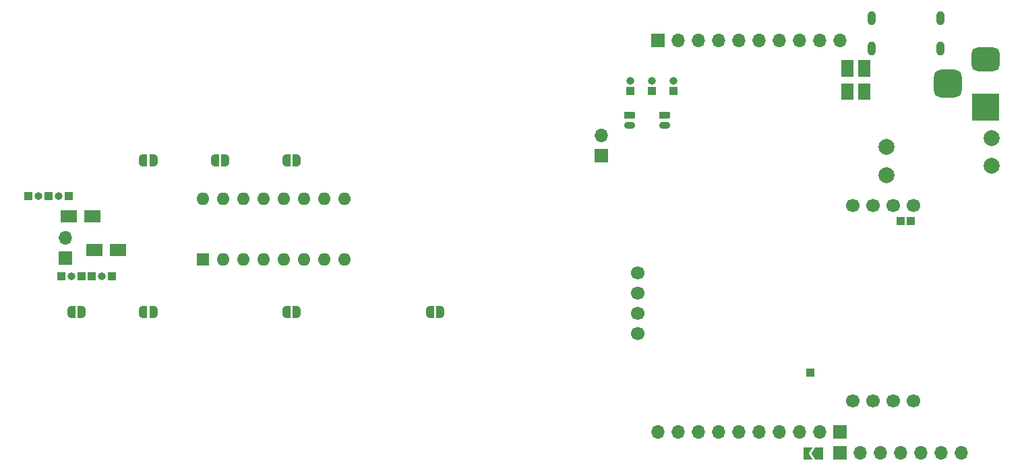
<source format=gbs>
G04 #@! TF.GenerationSoftware,KiCad,Pcbnew,(6.0.5-0)*
G04 #@! TF.CreationDate,2022-08-15T05:53:00+09:00*
G04 #@! TF.ProjectId,qLAMP-main,714c414d-502d-46d6-9169-6e2e6b696361,rev?*
G04 #@! TF.SameCoordinates,Original*
G04 #@! TF.FileFunction,Soldermask,Bot*
G04 #@! TF.FilePolarity,Negative*
%FSLAX46Y46*%
G04 Gerber Fmt 4.6, Leading zero omitted, Abs format (unit mm)*
G04 Created by KiCad (PCBNEW (6.0.5-0)) date 2022-08-15 05:53:00*
%MOMM*%
%LPD*%
G01*
G04 APERTURE LIST*
G04 Aperture macros list*
%AMRoundRect*
0 Rectangle with rounded corners*
0 $1 Rounding radius*
0 $2 $3 $4 $5 $6 $7 $8 $9 X,Y pos of 4 corners*
0 Add a 4 corners polygon primitive as box body*
4,1,4,$2,$3,$4,$5,$6,$7,$8,$9,$2,$3,0*
0 Add four circle primitives for the rounded corners*
1,1,$1+$1,$2,$3*
1,1,$1+$1,$4,$5*
1,1,$1+$1,$6,$7*
1,1,$1+$1,$8,$9*
0 Add four rect primitives between the rounded corners*
20,1,$1+$1,$2,$3,$4,$5,0*
20,1,$1+$1,$4,$5,$6,$7,0*
20,1,$1+$1,$6,$7,$8,$9,0*
20,1,$1+$1,$8,$9,$2,$3,0*%
%AMFreePoly0*
4,1,6,1.000000,0.000000,0.500000,-0.750000,-0.500000,-0.750000,-0.500000,0.750000,0.500000,0.750000,1.000000,0.000000,1.000000,0.000000,$1*%
%AMFreePoly1*
4,1,22,0.500000,-0.750000,0.000000,-0.750000,0.000000,-0.745033,-0.079941,-0.743568,-0.215256,-0.701293,-0.333266,-0.622738,-0.424486,-0.514219,-0.481581,-0.384460,-0.499164,-0.250000,-0.500000,-0.250000,-0.500000,0.250000,-0.499164,0.250000,-0.499963,0.256109,-0.478152,0.396186,-0.417904,0.524511,-0.324060,0.630769,-0.204165,0.706417,-0.067858,0.745374,0.000000,0.744959,0.000000,0.750000,
0.500000,0.750000,0.500000,-0.750000,0.500000,-0.750000,$1*%
%AMFreePoly2*
4,1,20,0.000000,0.744959,0.073905,0.744508,0.209726,0.703889,0.328688,0.626782,0.421226,0.519385,0.479903,0.390333,0.500000,0.250000,0.500000,-0.250000,0.499851,-0.262216,0.476331,-0.402017,0.414519,-0.529596,0.319384,-0.634700,0.198574,-0.708877,0.061801,-0.746166,0.000000,-0.745033,0.000000,-0.750000,-0.500000,-0.750000,-0.500000,0.750000,0.000000,0.750000,0.000000,0.744959,
0.000000,0.744959,$1*%
%AMFreePoly3*
4,1,6,0.500000,-0.750000,-0.650000,-0.750000,-0.150000,0.000000,-0.650000,0.750000,0.500000,0.750000,0.500000,-0.750000,0.500000,-0.750000,$1*%
G04 Aperture macros list end*
%ADD10C,2.000000*%
%ADD11RoundRect,0.225000X-0.475000X0.225000X-0.475000X-0.225000X0.475000X-0.225000X0.475000X0.225000X0*%
%ADD12O,1.400000X0.900000*%
%ADD13R,1.000000X1.000000*%
%ADD14O,1.000000X1.000000*%
%ADD15R,1.700000X1.700000*%
%ADD16O,1.700000X1.700000*%
%ADD17R,3.500000X3.500000*%
%ADD18RoundRect,0.750000X-1.000000X0.750000X-1.000000X-0.750000X1.000000X-0.750000X1.000000X0.750000X0*%
%ADD19RoundRect,0.875000X-0.875000X0.875000X-0.875000X-0.875000X0.875000X-0.875000X0.875000X0.875000X0*%
%ADD20C,1.700000*%
%ADD21O,1.000000X1.800000*%
%ADD22R,1.600000X1.600000*%
%ADD23O,1.600000X1.600000*%
%ADD24R,1.500000X1.500000*%
%ADD25FreePoly0,180.000000*%
%ADD26FreePoly0,0.000000*%
%ADD27FreePoly1,180.000000*%
%ADD28FreePoly2,180.000000*%
%ADD29FreePoly1,0.000000*%
%ADD30FreePoly2,0.000000*%
%ADD31FreePoly3,180.000000*%
%ADD32FreePoly0,90.000000*%
%ADD33FreePoly0,270.000000*%
G04 APERTURE END LIST*
D10*
X205069999Y-89680009D03*
X205069999Y-93180009D03*
X191850000Y-90800000D03*
X191850000Y-94300000D03*
D11*
X164035003Y-86795000D03*
D12*
X164035003Y-88045000D03*
D11*
X159590003Y-86795000D03*
D12*
X159590003Y-88045000D03*
D13*
X165106960Y-83749058D03*
D14*
X165106960Y-82479058D03*
D13*
X162376968Y-83749058D03*
D14*
X162376968Y-82479058D03*
D13*
X159646950Y-83749058D03*
D14*
X159646950Y-82479058D03*
D15*
X156020008Y-91915005D03*
D16*
X156020008Y-89375005D03*
D17*
X204295792Y-85809800D03*
D18*
X204295792Y-79809800D03*
D19*
X199595792Y-82809800D03*
D20*
X187611003Y-98175006D03*
X190151003Y-98175006D03*
X192691003Y-98175006D03*
X195231003Y-98175006D03*
X187611003Y-122675006D03*
X190151003Y-122675006D03*
X192691003Y-122675006D03*
X195231003Y-122675006D03*
X160611003Y-106615006D03*
X160611003Y-109155006D03*
X160611003Y-111695006D03*
X160611003Y-114235006D03*
D21*
X198608282Y-78419792D03*
X198608282Y-74619792D03*
X189968282Y-78419792D03*
X189968282Y-74619792D03*
D15*
X186001000Y-126628000D03*
D16*
X183461000Y-126628000D03*
X180921000Y-126628000D03*
X178381000Y-126628000D03*
X175841000Y-126628000D03*
X173301000Y-126628000D03*
X170761000Y-126628000D03*
X168221000Y-126628000D03*
X165681000Y-126628000D03*
X163141000Y-126628000D03*
D15*
X186000993Y-129200000D03*
D16*
X188540993Y-129200000D03*
X191080993Y-129200000D03*
X193620993Y-129200000D03*
X196160993Y-129200000D03*
X198701000Y-129199996D03*
X201240993Y-129200000D03*
D15*
X163141000Y-77372000D03*
D16*
X165681000Y-77372000D03*
X168221000Y-77372000D03*
X170761000Y-77372000D03*
X173301000Y-77372000D03*
X175841000Y-77372000D03*
X178381000Y-77372000D03*
X180921000Y-77372000D03*
X183461000Y-77372000D03*
X186001000Y-77372000D03*
D22*
X106029989Y-104929991D03*
D23*
X108569989Y-104929991D03*
X111109989Y-104929991D03*
X113649989Y-104929991D03*
X116189989Y-104929991D03*
X118729989Y-104929991D03*
X121269989Y-104929991D03*
X123809989Y-104929991D03*
X123809989Y-97309991D03*
X121269989Y-97309991D03*
X118729989Y-97309991D03*
X116189989Y-97309991D03*
X113649989Y-97309991D03*
X111109989Y-97309991D03*
X108569989Y-97309991D03*
X106029989Y-97309991D03*
D15*
X88719990Y-104785008D03*
D16*
X88719990Y-102245008D03*
D13*
X88240000Y-107050000D03*
X94590009Y-107050012D03*
D24*
X89444980Y-99519994D03*
X91844980Y-99519994D03*
D25*
X92644980Y-99519994D03*
D26*
X88644980Y-99519994D03*
D27*
X99807211Y-111501633D03*
D28*
X98507211Y-111501633D03*
D13*
X193640989Y-100070006D03*
D27*
X108807211Y-92502066D03*
D28*
X107507211Y-92502066D03*
D13*
X89166011Y-96930033D03*
D24*
X95049994Y-103719999D03*
X92649994Y-103719999D03*
D26*
X91849994Y-103719999D03*
D25*
X95849994Y-103719999D03*
D27*
X135807211Y-111501633D03*
D28*
X134507211Y-111501633D03*
D29*
X98507211Y-92502066D03*
D30*
X99807211Y-92502066D03*
D25*
X183415000Y-129350000D03*
D31*
X181965000Y-129350000D03*
D13*
X84085995Y-96930009D03*
D14*
X85355995Y-96930009D03*
D27*
X117807211Y-111501633D03*
D28*
X116507211Y-111501633D03*
D24*
X186957487Y-81190005D03*
X186957487Y-83590005D03*
D32*
X186957487Y-84390005D03*
D33*
X186957487Y-80390005D03*
D27*
X90807211Y-111501633D03*
D28*
X89507211Y-111501633D03*
D13*
X182280001Y-119160011D03*
D27*
X117807211Y-92502066D03*
D28*
X116507211Y-92502066D03*
D13*
X90780000Y-107050000D03*
D14*
X89510000Y-107050000D03*
D13*
X92050000Y-107050000D03*
D14*
X93320000Y-107050000D03*
D13*
X194910989Y-100070006D03*
X86625995Y-96930009D03*
D14*
X87896003Y-96930021D03*
D24*
X189100003Y-83590005D03*
X189100003Y-81190005D03*
D32*
X189100003Y-84390005D03*
D33*
X189100003Y-80390005D03*
M02*

</source>
